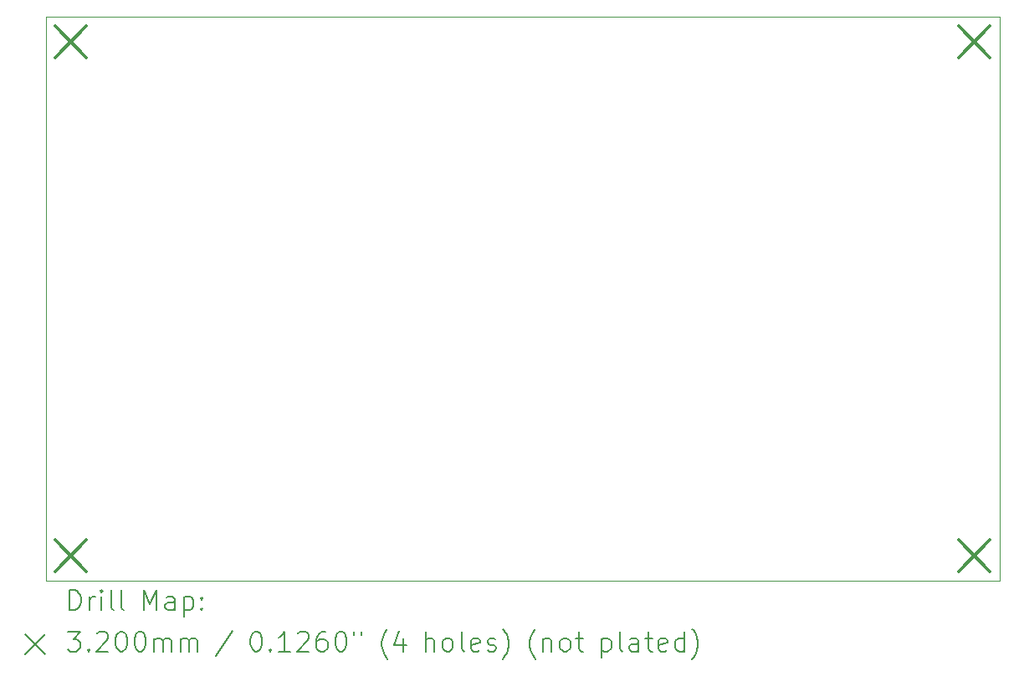
<source format=gbr>
%TF.GenerationSoftware,KiCad,Pcbnew,(7.0.0)*%
%TF.CreationDate,2023-03-04T18:09:39-06:00*%
%TF.ProjectId,417 Schematic,34313720-5363-4686-956d-617469632e6b,rev?*%
%TF.SameCoordinates,Original*%
%TF.FileFunction,Drillmap*%
%TF.FilePolarity,Positive*%
%FSLAX45Y45*%
G04 Gerber Fmt 4.5, Leading zero omitted, Abs format (unit mm)*
G04 Created by KiCad (PCBNEW (7.0.0)) date 2023-03-04 18:09:39*
%MOMM*%
%LPD*%
G01*
G04 APERTURE LIST*
%ADD10C,0.100000*%
%ADD11C,0.200000*%
%ADD12C,0.320000*%
G04 APERTURE END LIST*
D10*
X8890000Y-10287000D02*
X8890000Y-4572000D01*
X18542000Y-10287000D02*
X8890000Y-10287000D01*
X18542000Y-4572000D02*
X18542000Y-10287000D01*
X8890000Y-4572000D02*
X18542000Y-4572000D01*
D11*
D12*
X8984000Y-4666000D02*
X9304000Y-4986000D01*
X9304000Y-4666000D02*
X8984000Y-4986000D01*
X8984000Y-9873000D02*
X9304000Y-10193000D01*
X9304000Y-9873000D02*
X8984000Y-10193000D01*
X18128000Y-4666000D02*
X18448000Y-4986000D01*
X18448000Y-4666000D02*
X18128000Y-4986000D01*
X18128000Y-9873000D02*
X18448000Y-10193000D01*
X18448000Y-9873000D02*
X18128000Y-10193000D01*
D11*
X9132619Y-10585476D02*
X9132619Y-10385476D01*
X9132619Y-10385476D02*
X9180238Y-10385476D01*
X9180238Y-10385476D02*
X9208810Y-10395000D01*
X9208810Y-10395000D02*
X9227857Y-10414048D01*
X9227857Y-10414048D02*
X9237381Y-10433095D01*
X9237381Y-10433095D02*
X9246905Y-10471190D01*
X9246905Y-10471190D02*
X9246905Y-10499762D01*
X9246905Y-10499762D02*
X9237381Y-10537857D01*
X9237381Y-10537857D02*
X9227857Y-10556905D01*
X9227857Y-10556905D02*
X9208810Y-10575952D01*
X9208810Y-10575952D02*
X9180238Y-10585476D01*
X9180238Y-10585476D02*
X9132619Y-10585476D01*
X9332619Y-10585476D02*
X9332619Y-10452143D01*
X9332619Y-10490238D02*
X9342143Y-10471190D01*
X9342143Y-10471190D02*
X9351667Y-10461667D01*
X9351667Y-10461667D02*
X9370714Y-10452143D01*
X9370714Y-10452143D02*
X9389762Y-10452143D01*
X9456429Y-10585476D02*
X9456429Y-10452143D01*
X9456429Y-10385476D02*
X9446905Y-10395000D01*
X9446905Y-10395000D02*
X9456429Y-10404524D01*
X9456429Y-10404524D02*
X9465952Y-10395000D01*
X9465952Y-10395000D02*
X9456429Y-10385476D01*
X9456429Y-10385476D02*
X9456429Y-10404524D01*
X9580238Y-10585476D02*
X9561190Y-10575952D01*
X9561190Y-10575952D02*
X9551667Y-10556905D01*
X9551667Y-10556905D02*
X9551667Y-10385476D01*
X9685000Y-10585476D02*
X9665952Y-10575952D01*
X9665952Y-10575952D02*
X9656429Y-10556905D01*
X9656429Y-10556905D02*
X9656429Y-10385476D01*
X9881190Y-10585476D02*
X9881190Y-10385476D01*
X9881190Y-10385476D02*
X9947857Y-10528333D01*
X9947857Y-10528333D02*
X10014524Y-10385476D01*
X10014524Y-10385476D02*
X10014524Y-10585476D01*
X10195476Y-10585476D02*
X10195476Y-10480714D01*
X10195476Y-10480714D02*
X10185952Y-10461667D01*
X10185952Y-10461667D02*
X10166905Y-10452143D01*
X10166905Y-10452143D02*
X10128809Y-10452143D01*
X10128809Y-10452143D02*
X10109762Y-10461667D01*
X10195476Y-10575952D02*
X10176429Y-10585476D01*
X10176429Y-10585476D02*
X10128809Y-10585476D01*
X10128809Y-10585476D02*
X10109762Y-10575952D01*
X10109762Y-10575952D02*
X10100238Y-10556905D01*
X10100238Y-10556905D02*
X10100238Y-10537857D01*
X10100238Y-10537857D02*
X10109762Y-10518810D01*
X10109762Y-10518810D02*
X10128809Y-10509286D01*
X10128809Y-10509286D02*
X10176429Y-10509286D01*
X10176429Y-10509286D02*
X10195476Y-10499762D01*
X10290714Y-10452143D02*
X10290714Y-10652143D01*
X10290714Y-10461667D02*
X10309762Y-10452143D01*
X10309762Y-10452143D02*
X10347857Y-10452143D01*
X10347857Y-10452143D02*
X10366905Y-10461667D01*
X10366905Y-10461667D02*
X10376429Y-10471190D01*
X10376429Y-10471190D02*
X10385952Y-10490238D01*
X10385952Y-10490238D02*
X10385952Y-10547381D01*
X10385952Y-10547381D02*
X10376429Y-10566429D01*
X10376429Y-10566429D02*
X10366905Y-10575952D01*
X10366905Y-10575952D02*
X10347857Y-10585476D01*
X10347857Y-10585476D02*
X10309762Y-10585476D01*
X10309762Y-10585476D02*
X10290714Y-10575952D01*
X10471667Y-10566429D02*
X10481190Y-10575952D01*
X10481190Y-10575952D02*
X10471667Y-10585476D01*
X10471667Y-10585476D02*
X10462143Y-10575952D01*
X10462143Y-10575952D02*
X10471667Y-10566429D01*
X10471667Y-10566429D02*
X10471667Y-10585476D01*
X10471667Y-10461667D02*
X10481190Y-10471190D01*
X10481190Y-10471190D02*
X10471667Y-10480714D01*
X10471667Y-10480714D02*
X10462143Y-10471190D01*
X10462143Y-10471190D02*
X10471667Y-10461667D01*
X10471667Y-10461667D02*
X10471667Y-10480714D01*
X8685000Y-10832000D02*
X8885000Y-11032000D01*
X8885000Y-10832000D02*
X8685000Y-11032000D01*
X9113571Y-10805476D02*
X9237381Y-10805476D01*
X9237381Y-10805476D02*
X9170714Y-10881667D01*
X9170714Y-10881667D02*
X9199286Y-10881667D01*
X9199286Y-10881667D02*
X9218333Y-10891190D01*
X9218333Y-10891190D02*
X9227857Y-10900714D01*
X9227857Y-10900714D02*
X9237381Y-10919762D01*
X9237381Y-10919762D02*
X9237381Y-10967381D01*
X9237381Y-10967381D02*
X9227857Y-10986429D01*
X9227857Y-10986429D02*
X9218333Y-10995952D01*
X9218333Y-10995952D02*
X9199286Y-11005476D01*
X9199286Y-11005476D02*
X9142143Y-11005476D01*
X9142143Y-11005476D02*
X9123095Y-10995952D01*
X9123095Y-10995952D02*
X9113571Y-10986429D01*
X9323095Y-10986429D02*
X9332619Y-10995952D01*
X9332619Y-10995952D02*
X9323095Y-11005476D01*
X9323095Y-11005476D02*
X9313571Y-10995952D01*
X9313571Y-10995952D02*
X9323095Y-10986429D01*
X9323095Y-10986429D02*
X9323095Y-11005476D01*
X9408810Y-10824524D02*
X9418333Y-10815000D01*
X9418333Y-10815000D02*
X9437381Y-10805476D01*
X9437381Y-10805476D02*
X9485000Y-10805476D01*
X9485000Y-10805476D02*
X9504048Y-10815000D01*
X9504048Y-10815000D02*
X9513571Y-10824524D01*
X9513571Y-10824524D02*
X9523095Y-10843571D01*
X9523095Y-10843571D02*
X9523095Y-10862619D01*
X9523095Y-10862619D02*
X9513571Y-10891190D01*
X9513571Y-10891190D02*
X9399286Y-11005476D01*
X9399286Y-11005476D02*
X9523095Y-11005476D01*
X9646905Y-10805476D02*
X9665952Y-10805476D01*
X9665952Y-10805476D02*
X9685000Y-10815000D01*
X9685000Y-10815000D02*
X9694524Y-10824524D01*
X9694524Y-10824524D02*
X9704048Y-10843571D01*
X9704048Y-10843571D02*
X9713571Y-10881667D01*
X9713571Y-10881667D02*
X9713571Y-10929286D01*
X9713571Y-10929286D02*
X9704048Y-10967381D01*
X9704048Y-10967381D02*
X9694524Y-10986429D01*
X9694524Y-10986429D02*
X9685000Y-10995952D01*
X9685000Y-10995952D02*
X9665952Y-11005476D01*
X9665952Y-11005476D02*
X9646905Y-11005476D01*
X9646905Y-11005476D02*
X9627857Y-10995952D01*
X9627857Y-10995952D02*
X9618333Y-10986429D01*
X9618333Y-10986429D02*
X9608810Y-10967381D01*
X9608810Y-10967381D02*
X9599286Y-10929286D01*
X9599286Y-10929286D02*
X9599286Y-10881667D01*
X9599286Y-10881667D02*
X9608810Y-10843571D01*
X9608810Y-10843571D02*
X9618333Y-10824524D01*
X9618333Y-10824524D02*
X9627857Y-10815000D01*
X9627857Y-10815000D02*
X9646905Y-10805476D01*
X9837381Y-10805476D02*
X9856429Y-10805476D01*
X9856429Y-10805476D02*
X9875476Y-10815000D01*
X9875476Y-10815000D02*
X9885000Y-10824524D01*
X9885000Y-10824524D02*
X9894524Y-10843571D01*
X9894524Y-10843571D02*
X9904048Y-10881667D01*
X9904048Y-10881667D02*
X9904048Y-10929286D01*
X9904048Y-10929286D02*
X9894524Y-10967381D01*
X9894524Y-10967381D02*
X9885000Y-10986429D01*
X9885000Y-10986429D02*
X9875476Y-10995952D01*
X9875476Y-10995952D02*
X9856429Y-11005476D01*
X9856429Y-11005476D02*
X9837381Y-11005476D01*
X9837381Y-11005476D02*
X9818333Y-10995952D01*
X9818333Y-10995952D02*
X9808810Y-10986429D01*
X9808810Y-10986429D02*
X9799286Y-10967381D01*
X9799286Y-10967381D02*
X9789762Y-10929286D01*
X9789762Y-10929286D02*
X9789762Y-10881667D01*
X9789762Y-10881667D02*
X9799286Y-10843571D01*
X9799286Y-10843571D02*
X9808810Y-10824524D01*
X9808810Y-10824524D02*
X9818333Y-10815000D01*
X9818333Y-10815000D02*
X9837381Y-10805476D01*
X9989762Y-11005476D02*
X9989762Y-10872143D01*
X9989762Y-10891190D02*
X9999286Y-10881667D01*
X9999286Y-10881667D02*
X10018333Y-10872143D01*
X10018333Y-10872143D02*
X10046905Y-10872143D01*
X10046905Y-10872143D02*
X10065952Y-10881667D01*
X10065952Y-10881667D02*
X10075476Y-10900714D01*
X10075476Y-10900714D02*
X10075476Y-11005476D01*
X10075476Y-10900714D02*
X10085000Y-10881667D01*
X10085000Y-10881667D02*
X10104048Y-10872143D01*
X10104048Y-10872143D02*
X10132619Y-10872143D01*
X10132619Y-10872143D02*
X10151667Y-10881667D01*
X10151667Y-10881667D02*
X10161191Y-10900714D01*
X10161191Y-10900714D02*
X10161191Y-11005476D01*
X10256429Y-11005476D02*
X10256429Y-10872143D01*
X10256429Y-10891190D02*
X10265952Y-10881667D01*
X10265952Y-10881667D02*
X10285000Y-10872143D01*
X10285000Y-10872143D02*
X10313572Y-10872143D01*
X10313572Y-10872143D02*
X10332619Y-10881667D01*
X10332619Y-10881667D02*
X10342143Y-10900714D01*
X10342143Y-10900714D02*
X10342143Y-11005476D01*
X10342143Y-10900714D02*
X10351667Y-10881667D01*
X10351667Y-10881667D02*
X10370714Y-10872143D01*
X10370714Y-10872143D02*
X10399286Y-10872143D01*
X10399286Y-10872143D02*
X10418333Y-10881667D01*
X10418333Y-10881667D02*
X10427857Y-10900714D01*
X10427857Y-10900714D02*
X10427857Y-11005476D01*
X10785952Y-10795952D02*
X10614524Y-11053095D01*
X11010714Y-10805476D02*
X11029762Y-10805476D01*
X11029762Y-10805476D02*
X11048810Y-10815000D01*
X11048810Y-10815000D02*
X11058333Y-10824524D01*
X11058333Y-10824524D02*
X11067857Y-10843571D01*
X11067857Y-10843571D02*
X11077381Y-10881667D01*
X11077381Y-10881667D02*
X11077381Y-10929286D01*
X11077381Y-10929286D02*
X11067857Y-10967381D01*
X11067857Y-10967381D02*
X11058333Y-10986429D01*
X11058333Y-10986429D02*
X11048810Y-10995952D01*
X11048810Y-10995952D02*
X11029762Y-11005476D01*
X11029762Y-11005476D02*
X11010714Y-11005476D01*
X11010714Y-11005476D02*
X10991667Y-10995952D01*
X10991667Y-10995952D02*
X10982143Y-10986429D01*
X10982143Y-10986429D02*
X10972619Y-10967381D01*
X10972619Y-10967381D02*
X10963095Y-10929286D01*
X10963095Y-10929286D02*
X10963095Y-10881667D01*
X10963095Y-10881667D02*
X10972619Y-10843571D01*
X10972619Y-10843571D02*
X10982143Y-10824524D01*
X10982143Y-10824524D02*
X10991667Y-10815000D01*
X10991667Y-10815000D02*
X11010714Y-10805476D01*
X11163095Y-10986429D02*
X11172619Y-10995952D01*
X11172619Y-10995952D02*
X11163095Y-11005476D01*
X11163095Y-11005476D02*
X11153572Y-10995952D01*
X11153572Y-10995952D02*
X11163095Y-10986429D01*
X11163095Y-10986429D02*
X11163095Y-11005476D01*
X11363095Y-11005476D02*
X11248810Y-11005476D01*
X11305952Y-11005476D02*
X11305952Y-10805476D01*
X11305952Y-10805476D02*
X11286905Y-10834048D01*
X11286905Y-10834048D02*
X11267857Y-10853095D01*
X11267857Y-10853095D02*
X11248810Y-10862619D01*
X11439286Y-10824524D02*
X11448810Y-10815000D01*
X11448810Y-10815000D02*
X11467857Y-10805476D01*
X11467857Y-10805476D02*
X11515476Y-10805476D01*
X11515476Y-10805476D02*
X11534524Y-10815000D01*
X11534524Y-10815000D02*
X11544048Y-10824524D01*
X11544048Y-10824524D02*
X11553571Y-10843571D01*
X11553571Y-10843571D02*
X11553571Y-10862619D01*
X11553571Y-10862619D02*
X11544048Y-10891190D01*
X11544048Y-10891190D02*
X11429762Y-11005476D01*
X11429762Y-11005476D02*
X11553571Y-11005476D01*
X11725000Y-10805476D02*
X11686905Y-10805476D01*
X11686905Y-10805476D02*
X11667857Y-10815000D01*
X11667857Y-10815000D02*
X11658333Y-10824524D01*
X11658333Y-10824524D02*
X11639286Y-10853095D01*
X11639286Y-10853095D02*
X11629762Y-10891190D01*
X11629762Y-10891190D02*
X11629762Y-10967381D01*
X11629762Y-10967381D02*
X11639286Y-10986429D01*
X11639286Y-10986429D02*
X11648810Y-10995952D01*
X11648810Y-10995952D02*
X11667857Y-11005476D01*
X11667857Y-11005476D02*
X11705952Y-11005476D01*
X11705952Y-11005476D02*
X11725000Y-10995952D01*
X11725000Y-10995952D02*
X11734524Y-10986429D01*
X11734524Y-10986429D02*
X11744048Y-10967381D01*
X11744048Y-10967381D02*
X11744048Y-10919762D01*
X11744048Y-10919762D02*
X11734524Y-10900714D01*
X11734524Y-10900714D02*
X11725000Y-10891190D01*
X11725000Y-10891190D02*
X11705952Y-10881667D01*
X11705952Y-10881667D02*
X11667857Y-10881667D01*
X11667857Y-10881667D02*
X11648810Y-10891190D01*
X11648810Y-10891190D02*
X11639286Y-10900714D01*
X11639286Y-10900714D02*
X11629762Y-10919762D01*
X11867857Y-10805476D02*
X11886905Y-10805476D01*
X11886905Y-10805476D02*
X11905952Y-10815000D01*
X11905952Y-10815000D02*
X11915476Y-10824524D01*
X11915476Y-10824524D02*
X11925000Y-10843571D01*
X11925000Y-10843571D02*
X11934524Y-10881667D01*
X11934524Y-10881667D02*
X11934524Y-10929286D01*
X11934524Y-10929286D02*
X11925000Y-10967381D01*
X11925000Y-10967381D02*
X11915476Y-10986429D01*
X11915476Y-10986429D02*
X11905952Y-10995952D01*
X11905952Y-10995952D02*
X11886905Y-11005476D01*
X11886905Y-11005476D02*
X11867857Y-11005476D01*
X11867857Y-11005476D02*
X11848810Y-10995952D01*
X11848810Y-10995952D02*
X11839286Y-10986429D01*
X11839286Y-10986429D02*
X11829762Y-10967381D01*
X11829762Y-10967381D02*
X11820238Y-10929286D01*
X11820238Y-10929286D02*
X11820238Y-10881667D01*
X11820238Y-10881667D02*
X11829762Y-10843571D01*
X11829762Y-10843571D02*
X11839286Y-10824524D01*
X11839286Y-10824524D02*
X11848810Y-10815000D01*
X11848810Y-10815000D02*
X11867857Y-10805476D01*
X12010714Y-10805476D02*
X12010714Y-10843571D01*
X12086905Y-10805476D02*
X12086905Y-10843571D01*
X12349762Y-11081667D02*
X12340238Y-11072143D01*
X12340238Y-11072143D02*
X12321191Y-11043571D01*
X12321191Y-11043571D02*
X12311667Y-11024524D01*
X12311667Y-11024524D02*
X12302143Y-10995952D01*
X12302143Y-10995952D02*
X12292619Y-10948333D01*
X12292619Y-10948333D02*
X12292619Y-10910238D01*
X12292619Y-10910238D02*
X12302143Y-10862619D01*
X12302143Y-10862619D02*
X12311667Y-10834048D01*
X12311667Y-10834048D02*
X12321191Y-10815000D01*
X12321191Y-10815000D02*
X12340238Y-10786429D01*
X12340238Y-10786429D02*
X12349762Y-10776905D01*
X12511667Y-10872143D02*
X12511667Y-11005476D01*
X12464048Y-10795952D02*
X12416429Y-10938810D01*
X12416429Y-10938810D02*
X12540238Y-10938810D01*
X12736429Y-11005476D02*
X12736429Y-10805476D01*
X12822143Y-11005476D02*
X12822143Y-10900714D01*
X12822143Y-10900714D02*
X12812619Y-10881667D01*
X12812619Y-10881667D02*
X12793572Y-10872143D01*
X12793572Y-10872143D02*
X12765000Y-10872143D01*
X12765000Y-10872143D02*
X12745952Y-10881667D01*
X12745952Y-10881667D02*
X12736429Y-10891190D01*
X12945952Y-11005476D02*
X12926905Y-10995952D01*
X12926905Y-10995952D02*
X12917381Y-10986429D01*
X12917381Y-10986429D02*
X12907857Y-10967381D01*
X12907857Y-10967381D02*
X12907857Y-10910238D01*
X12907857Y-10910238D02*
X12917381Y-10891190D01*
X12917381Y-10891190D02*
X12926905Y-10881667D01*
X12926905Y-10881667D02*
X12945952Y-10872143D01*
X12945952Y-10872143D02*
X12974524Y-10872143D01*
X12974524Y-10872143D02*
X12993572Y-10881667D01*
X12993572Y-10881667D02*
X13003095Y-10891190D01*
X13003095Y-10891190D02*
X13012619Y-10910238D01*
X13012619Y-10910238D02*
X13012619Y-10967381D01*
X13012619Y-10967381D02*
X13003095Y-10986429D01*
X13003095Y-10986429D02*
X12993572Y-10995952D01*
X12993572Y-10995952D02*
X12974524Y-11005476D01*
X12974524Y-11005476D02*
X12945952Y-11005476D01*
X13126905Y-11005476D02*
X13107857Y-10995952D01*
X13107857Y-10995952D02*
X13098333Y-10976905D01*
X13098333Y-10976905D02*
X13098333Y-10805476D01*
X13279286Y-10995952D02*
X13260238Y-11005476D01*
X13260238Y-11005476D02*
X13222143Y-11005476D01*
X13222143Y-11005476D02*
X13203095Y-10995952D01*
X13203095Y-10995952D02*
X13193572Y-10976905D01*
X13193572Y-10976905D02*
X13193572Y-10900714D01*
X13193572Y-10900714D02*
X13203095Y-10881667D01*
X13203095Y-10881667D02*
X13222143Y-10872143D01*
X13222143Y-10872143D02*
X13260238Y-10872143D01*
X13260238Y-10872143D02*
X13279286Y-10881667D01*
X13279286Y-10881667D02*
X13288810Y-10900714D01*
X13288810Y-10900714D02*
X13288810Y-10919762D01*
X13288810Y-10919762D02*
X13193572Y-10938810D01*
X13365000Y-10995952D02*
X13384048Y-11005476D01*
X13384048Y-11005476D02*
X13422143Y-11005476D01*
X13422143Y-11005476D02*
X13441191Y-10995952D01*
X13441191Y-10995952D02*
X13450714Y-10976905D01*
X13450714Y-10976905D02*
X13450714Y-10967381D01*
X13450714Y-10967381D02*
X13441191Y-10948333D01*
X13441191Y-10948333D02*
X13422143Y-10938810D01*
X13422143Y-10938810D02*
X13393572Y-10938810D01*
X13393572Y-10938810D02*
X13374524Y-10929286D01*
X13374524Y-10929286D02*
X13365000Y-10910238D01*
X13365000Y-10910238D02*
X13365000Y-10900714D01*
X13365000Y-10900714D02*
X13374524Y-10881667D01*
X13374524Y-10881667D02*
X13393572Y-10872143D01*
X13393572Y-10872143D02*
X13422143Y-10872143D01*
X13422143Y-10872143D02*
X13441191Y-10881667D01*
X13517381Y-11081667D02*
X13526905Y-11072143D01*
X13526905Y-11072143D02*
X13545953Y-11043571D01*
X13545953Y-11043571D02*
X13555476Y-11024524D01*
X13555476Y-11024524D02*
X13565000Y-10995952D01*
X13565000Y-10995952D02*
X13574524Y-10948333D01*
X13574524Y-10948333D02*
X13574524Y-10910238D01*
X13574524Y-10910238D02*
X13565000Y-10862619D01*
X13565000Y-10862619D02*
X13555476Y-10834048D01*
X13555476Y-10834048D02*
X13545953Y-10815000D01*
X13545953Y-10815000D02*
X13526905Y-10786429D01*
X13526905Y-10786429D02*
X13517381Y-10776905D01*
X13846905Y-11081667D02*
X13837381Y-11072143D01*
X13837381Y-11072143D02*
X13818333Y-11043571D01*
X13818333Y-11043571D02*
X13808810Y-11024524D01*
X13808810Y-11024524D02*
X13799286Y-10995952D01*
X13799286Y-10995952D02*
X13789762Y-10948333D01*
X13789762Y-10948333D02*
X13789762Y-10910238D01*
X13789762Y-10910238D02*
X13799286Y-10862619D01*
X13799286Y-10862619D02*
X13808810Y-10834048D01*
X13808810Y-10834048D02*
X13818333Y-10815000D01*
X13818333Y-10815000D02*
X13837381Y-10786429D01*
X13837381Y-10786429D02*
X13846905Y-10776905D01*
X13923095Y-10872143D02*
X13923095Y-11005476D01*
X13923095Y-10891190D02*
X13932619Y-10881667D01*
X13932619Y-10881667D02*
X13951667Y-10872143D01*
X13951667Y-10872143D02*
X13980238Y-10872143D01*
X13980238Y-10872143D02*
X13999286Y-10881667D01*
X13999286Y-10881667D02*
X14008810Y-10900714D01*
X14008810Y-10900714D02*
X14008810Y-11005476D01*
X14132619Y-11005476D02*
X14113572Y-10995952D01*
X14113572Y-10995952D02*
X14104048Y-10986429D01*
X14104048Y-10986429D02*
X14094524Y-10967381D01*
X14094524Y-10967381D02*
X14094524Y-10910238D01*
X14094524Y-10910238D02*
X14104048Y-10891190D01*
X14104048Y-10891190D02*
X14113572Y-10881667D01*
X14113572Y-10881667D02*
X14132619Y-10872143D01*
X14132619Y-10872143D02*
X14161191Y-10872143D01*
X14161191Y-10872143D02*
X14180238Y-10881667D01*
X14180238Y-10881667D02*
X14189762Y-10891190D01*
X14189762Y-10891190D02*
X14199286Y-10910238D01*
X14199286Y-10910238D02*
X14199286Y-10967381D01*
X14199286Y-10967381D02*
X14189762Y-10986429D01*
X14189762Y-10986429D02*
X14180238Y-10995952D01*
X14180238Y-10995952D02*
X14161191Y-11005476D01*
X14161191Y-11005476D02*
X14132619Y-11005476D01*
X14256429Y-10872143D02*
X14332619Y-10872143D01*
X14285000Y-10805476D02*
X14285000Y-10976905D01*
X14285000Y-10976905D02*
X14294524Y-10995952D01*
X14294524Y-10995952D02*
X14313572Y-11005476D01*
X14313572Y-11005476D02*
X14332619Y-11005476D01*
X14519286Y-10872143D02*
X14519286Y-11072143D01*
X14519286Y-10881667D02*
X14538333Y-10872143D01*
X14538333Y-10872143D02*
X14576429Y-10872143D01*
X14576429Y-10872143D02*
X14595476Y-10881667D01*
X14595476Y-10881667D02*
X14605000Y-10891190D01*
X14605000Y-10891190D02*
X14614524Y-10910238D01*
X14614524Y-10910238D02*
X14614524Y-10967381D01*
X14614524Y-10967381D02*
X14605000Y-10986429D01*
X14605000Y-10986429D02*
X14595476Y-10995952D01*
X14595476Y-10995952D02*
X14576429Y-11005476D01*
X14576429Y-11005476D02*
X14538333Y-11005476D01*
X14538333Y-11005476D02*
X14519286Y-10995952D01*
X14728810Y-11005476D02*
X14709762Y-10995952D01*
X14709762Y-10995952D02*
X14700238Y-10976905D01*
X14700238Y-10976905D02*
X14700238Y-10805476D01*
X14890714Y-11005476D02*
X14890714Y-10900714D01*
X14890714Y-10900714D02*
X14881191Y-10881667D01*
X14881191Y-10881667D02*
X14862143Y-10872143D01*
X14862143Y-10872143D02*
X14824048Y-10872143D01*
X14824048Y-10872143D02*
X14805000Y-10881667D01*
X14890714Y-10995952D02*
X14871667Y-11005476D01*
X14871667Y-11005476D02*
X14824048Y-11005476D01*
X14824048Y-11005476D02*
X14805000Y-10995952D01*
X14805000Y-10995952D02*
X14795476Y-10976905D01*
X14795476Y-10976905D02*
X14795476Y-10957857D01*
X14795476Y-10957857D02*
X14805000Y-10938810D01*
X14805000Y-10938810D02*
X14824048Y-10929286D01*
X14824048Y-10929286D02*
X14871667Y-10929286D01*
X14871667Y-10929286D02*
X14890714Y-10919762D01*
X14957381Y-10872143D02*
X15033572Y-10872143D01*
X14985953Y-10805476D02*
X14985953Y-10976905D01*
X14985953Y-10976905D02*
X14995476Y-10995952D01*
X14995476Y-10995952D02*
X15014524Y-11005476D01*
X15014524Y-11005476D02*
X15033572Y-11005476D01*
X15176429Y-10995952D02*
X15157381Y-11005476D01*
X15157381Y-11005476D02*
X15119286Y-11005476D01*
X15119286Y-11005476D02*
X15100238Y-10995952D01*
X15100238Y-10995952D02*
X15090714Y-10976905D01*
X15090714Y-10976905D02*
X15090714Y-10900714D01*
X15090714Y-10900714D02*
X15100238Y-10881667D01*
X15100238Y-10881667D02*
X15119286Y-10872143D01*
X15119286Y-10872143D02*
X15157381Y-10872143D01*
X15157381Y-10872143D02*
X15176429Y-10881667D01*
X15176429Y-10881667D02*
X15185953Y-10900714D01*
X15185953Y-10900714D02*
X15185953Y-10919762D01*
X15185953Y-10919762D02*
X15090714Y-10938810D01*
X15357381Y-11005476D02*
X15357381Y-10805476D01*
X15357381Y-10995952D02*
X15338334Y-11005476D01*
X15338334Y-11005476D02*
X15300238Y-11005476D01*
X15300238Y-11005476D02*
X15281191Y-10995952D01*
X15281191Y-10995952D02*
X15271667Y-10986429D01*
X15271667Y-10986429D02*
X15262143Y-10967381D01*
X15262143Y-10967381D02*
X15262143Y-10910238D01*
X15262143Y-10910238D02*
X15271667Y-10891190D01*
X15271667Y-10891190D02*
X15281191Y-10881667D01*
X15281191Y-10881667D02*
X15300238Y-10872143D01*
X15300238Y-10872143D02*
X15338334Y-10872143D01*
X15338334Y-10872143D02*
X15357381Y-10881667D01*
X15433572Y-11081667D02*
X15443095Y-11072143D01*
X15443095Y-11072143D02*
X15462143Y-11043571D01*
X15462143Y-11043571D02*
X15471667Y-11024524D01*
X15471667Y-11024524D02*
X15481191Y-10995952D01*
X15481191Y-10995952D02*
X15490714Y-10948333D01*
X15490714Y-10948333D02*
X15490714Y-10910238D01*
X15490714Y-10910238D02*
X15481191Y-10862619D01*
X15481191Y-10862619D02*
X15471667Y-10834048D01*
X15471667Y-10834048D02*
X15462143Y-10815000D01*
X15462143Y-10815000D02*
X15443095Y-10786429D01*
X15443095Y-10786429D02*
X15433572Y-10776905D01*
M02*

</source>
